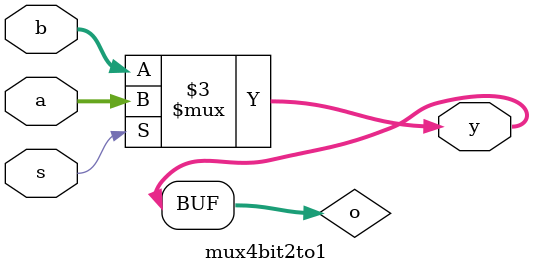
<source format=v>
module mux4bit2to1(
    input [3:0] a,
    input [3:0] b,
    input s,
    output [3:0]y 
);
   
    reg [3:0] o;
    always @(*)begin
        if (s)begin
            o = a;
        end else begin
            o = b;
        end
    end
    assign y = o;
 

endmodule
</source>
